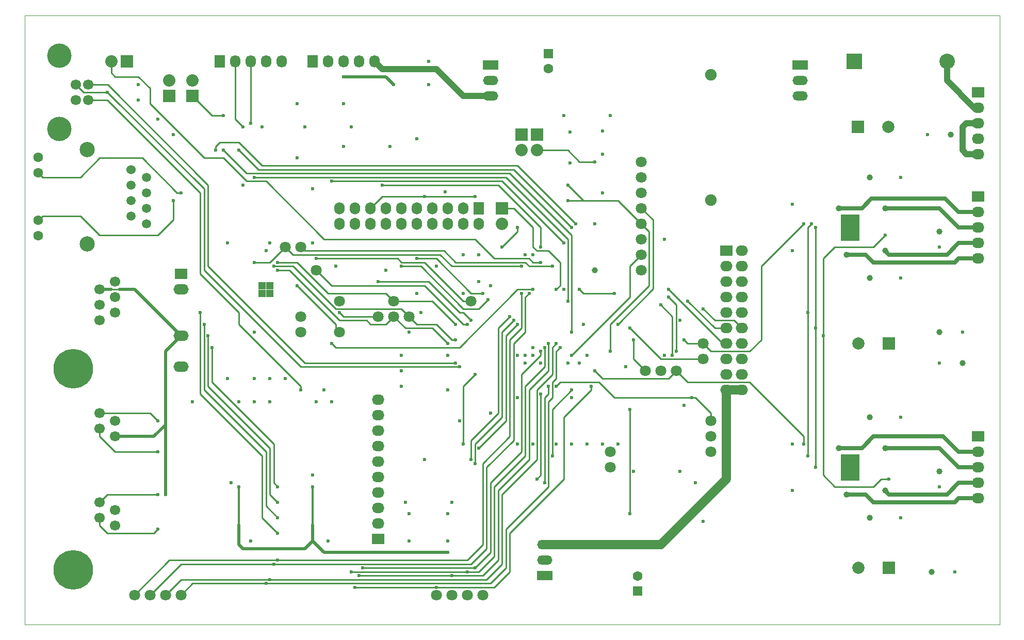
<source format=gbr>
%TF.GenerationSoftware,KiCad,Pcbnew,4.0.3-stable*%
%TF.CreationDate,2016-08-27T14:55:03+02:00*%
%TF.ProjectId,TEST4,54455354342E6B696361645F70636200,rev?*%
%TF.FileFunction,Copper,L4,Bot,Signal*%
%FSLAX46Y46*%
G04 Gerber Fmt 4.6, Leading zero omitted, Abs format (unit mm)*
G04 Created by KiCad (PCBNEW 4.0.3-stable) date 08/27/16 14:55:03*
%MOMM*%
%LPD*%
G01*
G04 APERTURE LIST*
%ADD10C,0.100000*%
%ADD11R,2.500000X1.500000*%
%ADD12O,2.500000X1.500000*%
%ADD13C,1.700000*%
%ADD14R,2.032000X1.727200*%
%ADD15O,2.032000X1.727200*%
%ADD16C,6.500000*%
%ADD17C,1.524000*%
%ADD18C,1.500000*%
%ADD19C,2.500000*%
%ADD20C,1.600000*%
%ADD21C,2.540000*%
%ADD22R,2.540000X2.540000*%
%ADD23R,2.032000X2.032000*%
%ADD24O,2.032000X2.032000*%
%ADD25R,2.000000X2.000000*%
%ADD26C,2.000000*%
%ADD27R,1.600000X1.600000*%
%ADD28R,1.727200X2.000000*%
%ADD29O,1.727200X2.000000*%
%ADD30R,1.727200X2.032000*%
%ADD31O,1.727200X2.032000*%
%ADD32R,2.000000X1.727200*%
%ADD33O,2.000000X1.727200*%
%ADD34C,1.900000*%
%ADD35C,1.800000*%
%ADD36O,2.500000X1.727200*%
%ADD37R,1.500000X1.500000*%
%ADD38C,4.000000*%
%ADD39R,1.300000X1.300000*%
%ADD40C,0.600000*%
%ADD41C,1.000000*%
%ADD42C,0.250000*%
%ADD43C,0.350000*%
%ADD44C,0.500000*%
%ADD45C,1.000000*%
%ADD46C,1.500000*%
%ADD47C,0.700000*%
G04 APERTURE END LIST*
D10*
X0Y-100000000D02*
X0Y0D01*
X160000000Y-100000000D02*
X0Y-100000000D01*
X160000000Y0D02*
X160000000Y-100000000D01*
X0Y0D02*
X160000000Y0D01*
D11*
X76445000Y-8180000D03*
D12*
X76445000Y-10720000D03*
X76445000Y-13260000D03*
D13*
X14850000Y-48820000D03*
X14850000Y-46280000D03*
X12310000Y-45010000D03*
X12310000Y-47550000D03*
X12310000Y-50090000D03*
X14850000Y-43740000D03*
X14850000Y-83745000D03*
X14850000Y-81205000D03*
X12310000Y-79935000D03*
X12310000Y-82475000D03*
X14850000Y-69140000D03*
X14850000Y-66600000D03*
X12310000Y-65330000D03*
X12310000Y-67870000D03*
D14*
X58000000Y-86000000D03*
D15*
X58000000Y-83460000D03*
X58000000Y-80920000D03*
X58000000Y-78380000D03*
X58000000Y-75840000D03*
X58000000Y-73300000D03*
X58000000Y-70760000D03*
X58000000Y-68220000D03*
X58000000Y-65680000D03*
X58000000Y-63140000D03*
D16*
X8000000Y-91000000D03*
X8000000Y-58000000D03*
D17*
X17455000Y-25325000D03*
D18*
X19995000Y-26595000D03*
X17455000Y-27865000D03*
X19995000Y-29135000D03*
X17455000Y-30405000D03*
X19995000Y-31675000D03*
X17455000Y-32945000D03*
D19*
X10295000Y-37520000D03*
X10295000Y-22020000D03*
D20*
X2215000Y-36210000D03*
X2215000Y-25870000D03*
X2215000Y-33670000D03*
X2215000Y-23330000D03*
D18*
X19995000Y-34215000D03*
D11*
X85335000Y-92000000D03*
D12*
X85335000Y-89460000D03*
X85335000Y-86920000D03*
D11*
X127245000Y-8180000D03*
D12*
X127245000Y-10720000D03*
X127245000Y-13260000D03*
D21*
X151376220Y-7542040D03*
D22*
X136136220Y-7542040D03*
D23*
X81525000Y-19610000D03*
D24*
X81525000Y-22150000D03*
D23*
X16755000Y-7545000D03*
D24*
X14215000Y-7545000D03*
D23*
X78350000Y-31675000D03*
D24*
X78350000Y-34215000D03*
D23*
X23740000Y-13260000D03*
D24*
X23740000Y-10720000D03*
D23*
X27550000Y-13260000D03*
D24*
X27550000Y-10720000D03*
D23*
X84065000Y-19610000D03*
D24*
X84065000Y-22150000D03*
D25*
X136770000Y-18340000D03*
D26*
X141770000Y-18340000D03*
D25*
X141850000Y-53900000D03*
D26*
X136850000Y-53900000D03*
D25*
X141850000Y-90730000D03*
D26*
X136850000Y-90730000D03*
D27*
X100575000Y-94540000D03*
D20*
X100575000Y-92040000D03*
D27*
X85970000Y-6275000D03*
D20*
X85970000Y-8775000D03*
D28*
X74540000Y-31675000D03*
D29*
X74540000Y-34215000D03*
X72000000Y-31675000D03*
X72000000Y-34215000D03*
X69460000Y-31675000D03*
X69460000Y-34215000D03*
X66920000Y-31675000D03*
X66920000Y-34215000D03*
X64380000Y-31675000D03*
X64380000Y-34215000D03*
X61840000Y-31675000D03*
X61840000Y-34215000D03*
X59300000Y-31675000D03*
X59300000Y-34215000D03*
X56760000Y-31675000D03*
X56760000Y-34215000D03*
X54220000Y-31675000D03*
X54220000Y-34215000D03*
X51680000Y-31675000D03*
X51680000Y-34215000D03*
D14*
X156455000Y-12625000D03*
D15*
X156455000Y-15165000D03*
X156455000Y-17705000D03*
X156455000Y-20245000D03*
X156455000Y-22785000D03*
D30*
X31995000Y-7545000D03*
D31*
X34535000Y-7545000D03*
X37075000Y-7545000D03*
X39615000Y-7545000D03*
X42155000Y-7545000D03*
D14*
X156455000Y-29770000D03*
D15*
X156455000Y-32310000D03*
X156455000Y-34850000D03*
X156455000Y-37390000D03*
X156455000Y-39930000D03*
D14*
X156455000Y-69140000D03*
D15*
X156455000Y-71680000D03*
X156455000Y-74220000D03*
X156455000Y-76760000D03*
X156455000Y-79300000D03*
D30*
X47235000Y-7545000D03*
D31*
X49775000Y-7545000D03*
X52315000Y-7545000D03*
X54855000Y-7545000D03*
X57395000Y-7545000D03*
D32*
X115180000Y-38660000D03*
D33*
X117720000Y-38660000D03*
X115180000Y-41200000D03*
X117720000Y-41200000D03*
X115180000Y-43740000D03*
X117720000Y-43740000D03*
X115180000Y-46280000D03*
X117720000Y-46280000D03*
X115180000Y-48820000D03*
X117720000Y-48820000D03*
X115180000Y-51360000D03*
X117720000Y-51360000D03*
X115180000Y-53900000D03*
X117720000Y-53900000D03*
X115180000Y-56440000D03*
X117720000Y-56440000D03*
X115180000Y-58980000D03*
X117720000Y-58980000D03*
X115180000Y-61520000D03*
X117720000Y-61520000D03*
D34*
X112640000Y-30300000D03*
X112640000Y-9800000D03*
D35*
X96130000Y-74220000D03*
X101210000Y-29135000D03*
X101210000Y-26595000D03*
X101210000Y-41835000D03*
X58030000Y-49455000D03*
X42790000Y-38025000D03*
X60570000Y-49455000D03*
X47870000Y-41835000D03*
X51680000Y-46915000D03*
X63110000Y-49455000D03*
X73270000Y-46915000D03*
X45330000Y-38025000D03*
X60570000Y-46915000D03*
X51680000Y-51995000D03*
X45330000Y-49455000D03*
X45330000Y-51995000D03*
X111370000Y-53900000D03*
X106925000Y-58345000D03*
X25645000Y-95175000D03*
X20565000Y-95175000D03*
X72635000Y-95175000D03*
X70095000Y-95175000D03*
X67555000Y-95175000D03*
X75175000Y-95175000D03*
X23105000Y-95175000D03*
X18025000Y-95175000D03*
X112640000Y-66600000D03*
X104385000Y-58345000D03*
X101845000Y-58345000D03*
X112640000Y-69140000D03*
X112640000Y-71680000D03*
X96130000Y-71680000D03*
X101210000Y-24055000D03*
X101210000Y-34215000D03*
X101210000Y-39295000D03*
X101210000Y-31675000D03*
X101210000Y-36755000D03*
X111370000Y-56440000D03*
D14*
X25645000Y-42470000D03*
D36*
X25645000Y-45010000D03*
X25645000Y-52630000D03*
X25645000Y-57710000D03*
D37*
X134750000Y-74220000D03*
X136250000Y-74220000D03*
X136250000Y-72820000D03*
X134750000Y-72820000D03*
X134750000Y-75620000D03*
X136250000Y-75620000D03*
X134750000Y-34850000D03*
X136250000Y-34850000D03*
X136250000Y-33450000D03*
X134750000Y-33450000D03*
X134750000Y-36250000D03*
X136250000Y-36250000D03*
D13*
X10416000Y-13875000D03*
X10416000Y-11375000D03*
X8416000Y-11375000D03*
X8416000Y-13875000D03*
D38*
X5706000Y-18645000D03*
X5706000Y-6605000D03*
D39*
X40265000Y-45660000D03*
X40265000Y-44360000D03*
X38965000Y-45660000D03*
X38965000Y-44360000D03*
D40*
X67555000Y-41200000D03*
X93590000Y-34215000D03*
X110100000Y-76760000D03*
X107560000Y-74855000D03*
X63110000Y-51995000D03*
X65015000Y-48820000D03*
X88510000Y-45010000D03*
X108195000Y-64060000D03*
X49140000Y-61520000D03*
X83430000Y-39295000D03*
X80890000Y-55805000D03*
X84700000Y-57075000D03*
X83430000Y-55805000D03*
X82160000Y-57075000D03*
X92320000Y-55805000D03*
X37710000Y-51995000D03*
X61840000Y-58345000D03*
X71365000Y-66600000D03*
X61840000Y-60885000D03*
X76445000Y-65330000D03*
X37710000Y-59615000D03*
X97400000Y-70410000D03*
X107560000Y-50090000D03*
X47235000Y-75490000D03*
X18660000Y-11355000D03*
X50410000Y-63425000D03*
X37710000Y-63425000D03*
X69460000Y-86285000D03*
X63110000Y-86285000D03*
X65650000Y-72950000D03*
X70095000Y-79935000D03*
X62475000Y-79935000D03*
X33900000Y-76760000D03*
X49775000Y-86285000D03*
X37075000Y-86285000D03*
X69000000Y-29000000D03*
X66285000Y-7545000D03*
X59300000Y-41835000D03*
X94860000Y-22785000D03*
X94860000Y-18975000D03*
X96130000Y-16435000D03*
X94860000Y-29135000D03*
X148200000Y-19610000D03*
X153915000Y-51995000D03*
X150105000Y-57075000D03*
X152645000Y-91365000D03*
X89462500Y-19117500D03*
X89462500Y-24197500D03*
X94860000Y-70410000D03*
X74540000Y-39295000D03*
X89780000Y-70410000D03*
X87240000Y-70410000D03*
X83430000Y-70410000D03*
X80890000Y-70410000D03*
X64380000Y-45645000D03*
X61840000Y-55805000D03*
X83430000Y-54535000D03*
X39615000Y-38660000D03*
X40250000Y-37390000D03*
X47235000Y-37390000D03*
X42790000Y-59615000D03*
X40250000Y-59615000D03*
X33265000Y-37390000D03*
X38980000Y-18340000D03*
X21835000Y-17070000D03*
X143755000Y-26595000D03*
X125975000Y-70410000D03*
X125975000Y-31040000D03*
X143755000Y-82475000D03*
X143755000Y-43105000D03*
X143755000Y-65965000D03*
X150105000Y-77395000D03*
X150105000Y-38025000D03*
X105020000Y-55805000D03*
X105020000Y-36755000D03*
X99940000Y-74855000D03*
X64380000Y-20245000D03*
X33265000Y-59615000D03*
X69460000Y-61520000D03*
X24375000Y-19610000D03*
X111370000Y-83110000D03*
X35170000Y-77395000D03*
X47235000Y-77395000D03*
X69460000Y-81840000D03*
X59935000Y-21515000D03*
X52315000Y-21515000D03*
X53585000Y-18340000D03*
X45965000Y-18340000D03*
X98670000Y-57710000D03*
X47235000Y-28500000D03*
X35805000Y-27865000D03*
X72000000Y-39295000D03*
X51045000Y-41200000D03*
X72000000Y-45645000D03*
X44695000Y-23420000D03*
X69460000Y-88190000D03*
X88510000Y-16435000D03*
X92320000Y-70410000D03*
X82160000Y-39295000D03*
X47235000Y-83745000D03*
X35170000Y-83745000D03*
X89780000Y-62790000D03*
X80890000Y-62790000D03*
X69460000Y-55805000D03*
X125975000Y-78030000D03*
X125975000Y-38660000D03*
X76445000Y-44375000D03*
X74540000Y-43740000D03*
D41*
X93590000Y-41835000D03*
D40*
X82160000Y-55805000D03*
X89145000Y-57075000D03*
X91685000Y-50725000D03*
X91050000Y-57075000D03*
D41*
X152010000Y-19610000D03*
X150105000Y-51995000D03*
X153915000Y-57075000D03*
X148835000Y-91365000D03*
X150105000Y-35485000D03*
X138675000Y-82475000D03*
X138675000Y-65965000D03*
X138675000Y-26595000D03*
X138675000Y-43105000D03*
X150105000Y-74855000D03*
D40*
X93590000Y-58345000D03*
X127880000Y-70410000D03*
X128515000Y-48820000D03*
X129150000Y-34215000D03*
X128515000Y-72315000D03*
X129785000Y-51360000D03*
X111370000Y-48185000D03*
X129785000Y-34850000D03*
X129785000Y-74220000D03*
X127880000Y-34215000D03*
X108195000Y-53265000D03*
X18660000Y-13895000D03*
X63110000Y-81840000D03*
X44695000Y-14530000D03*
X66285000Y-11355000D03*
X52315000Y-14530000D03*
X70730000Y-57075000D03*
X13580000Y-12625000D03*
X71365000Y-57710000D03*
X89780000Y-55805000D03*
X93590000Y-24055000D03*
X89145000Y-30405000D03*
X89145000Y-27865000D03*
X96130000Y-55170000D03*
X97400000Y-50725000D03*
X109465000Y-62790000D03*
X87240000Y-60885000D03*
X99940000Y-53265000D03*
X106290000Y-55805000D03*
X104385000Y-47550000D03*
X106925000Y-55170000D03*
X105655000Y-46280000D03*
X88510000Y-37390000D03*
X50410000Y-27230000D03*
X58665000Y-27865000D03*
X84700000Y-38025000D03*
X32630000Y-16435000D03*
X89780000Y-51995000D03*
X32630000Y-22150000D03*
X89145000Y-46915000D03*
X37710000Y-26595000D03*
X90415000Y-34215000D03*
X31360000Y-22150000D03*
X35170000Y-22150000D03*
X89780000Y-34850000D03*
X73905000Y-29770000D03*
X65650000Y-29770000D03*
X81525000Y-41200000D03*
X37710000Y-40565000D03*
X25645000Y-29135000D03*
X24375000Y-30405000D03*
X86605000Y-41200000D03*
X75175000Y-45645000D03*
X64380000Y-39930000D03*
X61840000Y-41200000D03*
X76064000Y-46661000D03*
X47870000Y-39930000D03*
X51680000Y-48820000D03*
X58030000Y-43740000D03*
X73270000Y-50090000D03*
X72635000Y-50725000D03*
X70730000Y-50725000D03*
X41520000Y-40565000D03*
X70730000Y-53265000D03*
X40885000Y-41200000D03*
X41520000Y-41835000D03*
X69460000Y-53900000D03*
X84700000Y-62155000D03*
X84065000Y-76125000D03*
X85335000Y-76760000D03*
X85970000Y-60885000D03*
X89780000Y-61520000D03*
X86605000Y-72315000D03*
X74540000Y-71045000D03*
X80890000Y-50725000D03*
X73905000Y-73585000D03*
X80255000Y-50090000D03*
X73270000Y-72950000D03*
X79620000Y-49455000D03*
X41520000Y-89460000D03*
X81525000Y-45645000D03*
X82795000Y-45645000D03*
X40885000Y-90095000D03*
X40250000Y-92635000D03*
X87240000Y-53900000D03*
X87875000Y-54535000D03*
X39615000Y-93270000D03*
X92955000Y-60885000D03*
X67555000Y-93905000D03*
X54220000Y-93905000D03*
X73905000Y-90730000D03*
X84700000Y-55170000D03*
X55490000Y-90730000D03*
X72635000Y-91365000D03*
X53585000Y-91365000D03*
X85335000Y-54535000D03*
X85970000Y-53900000D03*
X70095000Y-92000000D03*
X54855000Y-92000000D03*
X35805000Y-18340000D03*
X37075000Y-17705000D03*
X141850000Y-76125000D03*
X105655000Y-45010000D03*
X131055000Y-52630000D03*
X141215000Y-36120000D03*
X21835000Y-66600000D03*
X21835000Y-71680000D03*
X21835000Y-78665000D03*
X21835000Y-84380000D03*
X41520000Y-82475000D03*
X29455000Y-50725000D03*
X30725000Y-54535000D03*
X41520000Y-77395000D03*
X28820000Y-48820000D03*
X41520000Y-85015000D03*
X41520000Y-79935000D03*
X30090000Y-52630000D03*
X40250000Y-63425000D03*
X35170000Y-63425000D03*
X27550000Y-63425000D03*
X47870000Y-63425000D03*
X23105000Y-66600000D03*
X23105000Y-78665000D03*
D41*
X133595000Y-71045000D03*
X141215000Y-71045000D03*
X141215000Y-78030000D03*
X134865000Y-78665000D03*
X133595000Y-31675000D03*
X141215000Y-31675000D03*
X141215000Y-38660000D03*
X134865000Y-39295000D03*
D40*
X91050000Y-45010000D03*
X96765000Y-45645000D03*
X108830000Y-46915000D03*
X44695000Y-44375000D03*
X52315000Y-10085000D03*
X60570000Y-11355000D03*
X72000000Y-70410000D03*
X73905000Y-58980000D03*
X99305000Y-51360000D03*
X99305000Y-81840000D03*
X99305000Y-64695000D03*
X87240000Y-45010000D03*
X84700000Y-40565000D03*
X50410000Y-53900000D03*
X83430000Y-45010000D03*
X45330000Y-61520000D03*
X78350000Y-38025000D03*
X80890000Y-34850000D03*
D42*
X136250000Y-36320000D02*
X134750000Y-36320000D01*
X136250000Y-34920000D02*
X136250000Y-36320000D01*
X134750000Y-33520000D02*
X136250000Y-33520000D01*
X134750000Y-34920000D02*
X134750000Y-36320000D01*
X136250000Y-33520000D02*
X136250000Y-34920000D01*
X134750000Y-33520000D02*
X134750000Y-34920000D01*
D43*
X47235000Y-83745000D02*
X47235000Y-77395000D01*
X35170000Y-83745000D02*
X35170000Y-77395000D01*
D44*
X47235000Y-86285000D02*
X47235000Y-83745000D01*
X49140000Y-88190000D02*
X47235000Y-86285000D01*
X49140000Y-88190000D02*
X69460000Y-88190000D01*
D42*
X35170000Y-83745000D02*
X35170000Y-83745000D01*
D44*
X35805000Y-87555000D02*
X35170000Y-86920000D01*
X45965000Y-87555000D02*
X47235000Y-86285000D01*
X35805000Y-87555000D02*
X45965000Y-87555000D01*
X35170000Y-86920000D02*
X35170000Y-83745000D01*
D42*
X118990000Y-60250000D02*
X127880000Y-69140000D01*
X108830000Y-60250000D02*
X118990000Y-60250000D01*
X106925000Y-58345000D02*
X108830000Y-60250000D01*
X127880000Y-69140000D02*
X127880000Y-70410000D01*
X106925000Y-58345000D02*
X105655000Y-59615000D01*
X105655000Y-59615000D02*
X94860000Y-59615000D01*
X94860000Y-59615000D02*
X93590000Y-58345000D01*
X128515000Y-72315000D02*
X128515000Y-48820000D01*
X128515000Y-48820000D02*
X128515000Y-36120000D01*
X128515000Y-36120000D02*
X128515000Y-35485000D01*
X128515000Y-35485000D02*
X128515000Y-34850000D01*
X128515000Y-34850000D02*
X129150000Y-34215000D01*
X116450000Y-50090000D02*
X117720000Y-51360000D01*
X113275000Y-50090000D02*
X116450000Y-50090000D01*
X111370000Y-48185000D02*
X113275000Y-50090000D01*
X129785000Y-34850000D02*
X129785000Y-51360000D01*
X129785000Y-51360000D02*
X129785000Y-55805000D01*
X129785000Y-55805000D02*
X129785000Y-74220000D01*
X120895000Y-53265000D02*
X118990000Y-55170000D01*
X127880000Y-34215000D02*
X120895000Y-41200000D01*
X120895000Y-41200000D02*
X120895000Y-53265000D01*
X112640000Y-55170000D02*
X111370000Y-53900000D01*
X118990000Y-55170000D02*
X112640000Y-55170000D01*
X108830000Y-53900000D02*
X111370000Y-53900000D01*
X108195000Y-53265000D02*
X108830000Y-53900000D01*
D45*
X57395000Y-7545000D02*
X58665000Y-8815000D01*
X72000000Y-13260000D02*
X76445000Y-13260000D01*
X67555000Y-8815000D02*
X72000000Y-13260000D01*
X58665000Y-8815000D02*
X67555000Y-8815000D01*
D46*
X115180000Y-61520000D02*
X117720000Y-61520000D01*
X85335000Y-86920000D02*
X104385000Y-86920000D01*
X115180000Y-76125000D02*
X115180000Y-61520000D01*
X104385000Y-86920000D02*
X115180000Y-76125000D01*
D42*
X30090000Y-27865000D02*
X13600000Y-11375000D01*
X70730000Y-57075000D02*
X45965000Y-57075000D01*
X45965000Y-57075000D02*
X44695000Y-55805000D01*
X44695000Y-55805000D02*
X30090000Y-41200000D01*
X70730000Y-57075000D02*
X70730000Y-57075000D01*
X30090000Y-27865000D02*
X30090000Y-41200000D01*
X13600000Y-11375000D02*
X10416000Y-11375000D01*
X9770000Y-12625000D02*
X9666000Y-12625000D01*
X9666000Y-12625000D02*
X8416000Y-11375000D01*
X13580000Y-12625000D02*
X9770000Y-12625000D01*
X29455000Y-28500000D02*
X13580000Y-12625000D01*
X71365000Y-57710000D02*
X45330000Y-57710000D01*
X71365000Y-57710000D02*
X71365000Y-57710000D01*
X45330000Y-57710000D02*
X44060000Y-56440000D01*
X44060000Y-56440000D02*
X29455000Y-41835000D01*
X29455000Y-41835000D02*
X29455000Y-28500000D01*
D45*
X156455000Y-15165000D02*
X155820000Y-15165000D01*
X155820000Y-15165000D02*
X151376220Y-10721220D01*
X151376220Y-10721220D02*
X151376220Y-7542040D01*
D42*
X101210000Y-39295000D02*
X99305000Y-41200000D01*
X99305000Y-46280000D02*
X99305000Y-41200000D01*
X90415000Y-55170000D02*
X99305000Y-46280000D01*
X89780000Y-55805000D02*
X90415000Y-55170000D01*
X91685000Y-24055000D02*
X91050000Y-24055000D01*
X91685000Y-24055000D02*
X93590000Y-24055000D01*
X89145000Y-22150000D02*
X84065000Y-22150000D01*
X91050000Y-24055000D02*
X89145000Y-22150000D01*
X101210000Y-34215000D02*
X97400000Y-30405000D01*
X97400000Y-30405000D02*
X91685000Y-30405000D01*
X101210000Y-34215000D02*
X102480000Y-35485000D01*
X102480000Y-44375000D02*
X98035000Y-48820000D01*
X102480000Y-44375000D02*
X102480000Y-35485000D01*
X91685000Y-30405000D02*
X89145000Y-30405000D01*
X91685000Y-30405000D02*
X89145000Y-27865000D01*
X98035000Y-48820000D02*
X98035000Y-48820000D01*
X96130000Y-50725000D02*
X98035000Y-48820000D01*
X96130000Y-55170000D02*
X96130000Y-50725000D01*
X103115000Y-44927500D02*
X103115000Y-33580000D01*
X103115000Y-33580000D02*
X101210000Y-31675000D01*
X97400000Y-50725000D02*
X103115000Y-44927500D01*
X109465000Y-62790000D02*
X110100000Y-62790000D01*
X112640000Y-65330000D02*
X112640000Y-66600000D01*
X110100000Y-62790000D02*
X112640000Y-65330000D01*
X96765000Y-62790000D02*
X109465000Y-62790000D01*
X94225000Y-60250000D02*
X96765000Y-62790000D01*
X87875000Y-60250000D02*
X94225000Y-60250000D01*
X87240000Y-60885000D02*
X87875000Y-60250000D01*
X101845000Y-58345000D02*
X99940000Y-56440000D01*
X99940000Y-53265000D02*
X99940000Y-56440000D01*
X106290000Y-49455000D02*
X106290000Y-55805000D01*
X104385000Y-47550000D02*
X106290000Y-49455000D01*
X105655000Y-46280000D02*
X106925000Y-47550000D01*
X106925000Y-47550000D02*
X106925000Y-55170000D01*
X88510000Y-37390000D02*
X88510000Y-37390000D01*
X78350000Y-27230000D02*
X50410000Y-27230000D01*
X88510000Y-37390000D02*
X78350000Y-27230000D01*
X77715000Y-27865000D02*
X58665000Y-27865000D01*
X84700000Y-34850000D02*
X77715000Y-27865000D01*
X84700000Y-38025000D02*
X84700000Y-34850000D01*
X30725000Y-16435000D02*
X27550000Y-13260000D01*
X32630000Y-16435000D02*
X30725000Y-16435000D01*
X89780000Y-36120000D02*
X89780000Y-51995000D01*
X89780000Y-36120000D02*
X89780000Y-36132500D01*
X89780000Y-36132500D02*
X89780000Y-36120000D01*
X89780000Y-36132500D02*
X89780000Y-36120000D01*
X36440000Y-25960000D02*
X33900000Y-23420000D01*
X79620000Y-25960000D02*
X36440000Y-25960000D01*
X89780000Y-36120000D02*
X79620000Y-25960000D01*
X89792500Y-36120000D02*
X89780000Y-36120000D01*
X33900000Y-23420000D02*
X32630000Y-22150000D01*
X89780000Y-36132500D02*
X89780000Y-36132500D01*
X89145000Y-36755000D02*
X89145000Y-36755000D01*
X89145000Y-36755000D02*
X89145000Y-46915000D01*
X78985000Y-26595000D02*
X37710000Y-26595000D01*
X89145000Y-36755000D02*
X78985000Y-26595000D01*
X90415000Y-34215000D02*
X80890000Y-24690000D01*
X38980000Y-24690000D02*
X35170000Y-20880000D01*
X35170000Y-20880000D02*
X31995000Y-20880000D01*
X31995000Y-20880000D02*
X31360000Y-21515000D01*
X31360000Y-21515000D02*
X31360000Y-22150000D01*
X80890000Y-24690000D02*
X38980000Y-24690000D01*
X90415000Y-34215000D02*
X90415000Y-34215000D01*
X90415000Y-34215000D02*
X90415000Y-34215000D01*
X38345000Y-25325000D02*
X80255000Y-25325000D01*
X38345000Y-25325000D02*
X35170000Y-22150000D01*
X80255000Y-25325000D02*
X89780000Y-34850000D01*
X89780000Y-34850000D02*
X89780000Y-34850000D01*
X89780000Y-34850000D02*
X89780000Y-34850000D01*
X73905000Y-29770000D02*
X65650000Y-29770000D01*
X65650000Y-29770000D02*
X58665000Y-29770000D01*
X58665000Y-29770000D02*
X56760000Y-31675000D01*
X44060000Y-39295000D02*
X68190000Y-39295000D01*
X70095000Y-41200000D02*
X68190000Y-39295000D01*
X81525000Y-41200000D02*
X70095000Y-41200000D01*
X44060000Y-39295000D02*
X42790000Y-38025000D01*
X42790000Y-38025000D02*
X40250000Y-40565000D01*
X40250000Y-40565000D02*
X37710000Y-40565000D01*
X2940000Y-26595000D02*
X2215000Y-25870000D01*
X9135000Y-26595000D02*
X2940000Y-26595000D01*
X12310000Y-23420000D02*
X9135000Y-26595000D01*
X19295000Y-23420000D02*
X12310000Y-23420000D01*
X25010000Y-29135000D02*
X19295000Y-23420000D01*
X25645000Y-29135000D02*
X25010000Y-29135000D01*
X2940000Y-32945000D02*
X2215000Y-33670000D01*
X9135000Y-32945000D02*
X2940000Y-32945000D01*
X12310000Y-36120000D02*
X9135000Y-32945000D01*
X21835000Y-36120000D02*
X12310000Y-36120000D01*
X24375000Y-33580000D02*
X21835000Y-36120000D01*
X24375000Y-30405000D02*
X24375000Y-33580000D01*
X82795000Y-41200000D02*
X86605000Y-41200000D01*
X47870000Y-38660000D02*
X45965000Y-38660000D01*
X68825000Y-38660000D02*
X47870000Y-38660000D01*
X70730000Y-40565000D02*
X68825000Y-38660000D01*
X82160000Y-40565000D02*
X70730000Y-40565000D01*
X82160000Y-40565000D02*
X82795000Y-41200000D01*
X45965000Y-38660000D02*
X45330000Y-38025000D01*
X75175000Y-45645000D02*
X73270000Y-45645000D01*
X73270000Y-45645000D02*
X67555000Y-39930000D01*
X75175000Y-45645000D02*
X75102446Y-45620842D01*
X67555000Y-39930000D02*
X64380000Y-39930000D01*
X67555000Y-39930000D02*
X67555000Y-39930000D01*
X72000000Y-48185000D02*
X65015000Y-41200000D01*
X65015000Y-41200000D02*
X61840000Y-41200000D01*
X73905000Y-48185000D02*
X74540000Y-48185000D01*
X76064000Y-46661000D02*
X74540000Y-48185000D01*
X73905000Y-48185000D02*
X72000000Y-48185000D01*
X73270000Y-46915000D02*
X72000000Y-46915000D01*
X61840000Y-40565000D02*
X61205000Y-39930000D01*
X61205000Y-39930000D02*
X47870000Y-39930000D01*
X72000000Y-46915000D02*
X65650000Y-40565000D01*
X65650000Y-40565000D02*
X61840000Y-40565000D01*
X51680000Y-48820000D02*
X52315000Y-49455000D01*
X52315000Y-49455000D02*
X58030000Y-49455000D01*
X72000000Y-48820000D02*
X71365000Y-48820000D01*
X71365000Y-48820000D02*
X66285000Y-43740000D01*
X66285000Y-43740000D02*
X58030000Y-43740000D01*
X73270000Y-50090000D02*
X72000000Y-48820000D01*
X51680000Y-44375000D02*
X50410000Y-44375000D01*
X72635000Y-50725000D02*
X72000000Y-50725000D01*
X72000000Y-50725000D02*
X65650000Y-44375000D01*
X65650000Y-44375000D02*
X56125000Y-44375000D01*
X51680000Y-44375000D02*
X56125000Y-44375000D01*
X50410000Y-44375000D02*
X47870000Y-41835000D01*
X60570000Y-46915000D02*
X66920000Y-46915000D01*
X66920000Y-46915000D02*
X70730000Y-50725000D01*
X60570000Y-46915000D02*
X59300000Y-45645000D01*
X44695000Y-40565000D02*
X41520000Y-40565000D01*
X49775000Y-45645000D02*
X44695000Y-40565000D01*
X59300000Y-45645000D02*
X49775000Y-45645000D01*
X63110000Y-49455000D02*
X64380000Y-50725000D01*
X70095000Y-53265000D02*
X67555000Y-50725000D01*
X70730000Y-53265000D02*
X70095000Y-53265000D01*
X67555000Y-50725000D02*
X64380000Y-50725000D01*
X51045000Y-48185000D02*
X61840000Y-48185000D01*
X44060000Y-41200000D02*
X40885000Y-41200000D01*
X51045000Y-48185000D02*
X44060000Y-41200000D01*
X61840000Y-48185000D02*
X63110000Y-49455000D01*
X59300000Y-50725000D02*
X56760000Y-50725000D01*
X51680000Y-50090000D02*
X43425000Y-41835000D01*
X43425000Y-41835000D02*
X41520000Y-41835000D01*
X59300000Y-50725000D02*
X60570000Y-49455000D01*
X56125000Y-50090000D02*
X51680000Y-50090000D01*
X56760000Y-50725000D02*
X56125000Y-50090000D01*
X66920000Y-51360000D02*
X62475000Y-51360000D01*
X69460000Y-53900000D02*
X66920000Y-51360000D01*
X62475000Y-51360000D02*
X60570000Y-49455000D01*
X69460000Y-53900000D02*
X69460000Y-53900000D01*
X84700000Y-75490000D02*
X84065000Y-76125000D01*
X84700000Y-62155000D02*
X84700000Y-75490000D01*
X85970000Y-62155000D02*
X85970000Y-60885000D01*
X85335000Y-62790000D02*
X85970000Y-62155000D01*
X85335000Y-76760000D02*
X85335000Y-62790000D01*
X86605000Y-64695000D02*
X86605000Y-72315000D01*
X89780000Y-61520000D02*
X86605000Y-64695000D01*
X78985000Y-66600000D02*
X74540000Y-71045000D01*
X74540000Y-71045000D02*
X74540000Y-71045000D01*
X80890000Y-50725000D02*
X78985000Y-52630000D01*
X78985000Y-52630000D02*
X78985000Y-66600000D01*
X73905000Y-70410000D02*
X73905000Y-73585000D01*
X80255000Y-50090000D02*
X78350000Y-51995000D01*
X78350000Y-51995000D02*
X78350000Y-65965000D01*
X78350000Y-65965000D02*
X73905000Y-70410000D01*
X73905000Y-70410000D02*
X73905000Y-70410000D01*
X73270000Y-69775000D02*
X73270000Y-72950000D01*
X73270000Y-69775000D02*
X73270000Y-69775000D01*
X73270000Y-69775000D02*
X77715000Y-65330000D01*
X79620000Y-49455000D02*
X77715000Y-51360000D01*
X77715000Y-51360000D02*
X77715000Y-65330000D01*
X77715000Y-65330000D02*
X77715000Y-65330000D01*
X18025000Y-95175000D02*
X23740000Y-89460000D01*
X23740000Y-89460000D02*
X41520000Y-89460000D01*
X75175000Y-86920000D02*
X72635000Y-89460000D01*
X75175000Y-73585000D02*
X75175000Y-86920000D01*
X79620000Y-69140000D02*
X75175000Y-73585000D01*
X72635000Y-89460000D02*
X41520000Y-89460000D01*
X81525000Y-45645000D02*
X81525000Y-51360000D01*
X79620000Y-53265000D02*
X79620000Y-69140000D01*
X81525000Y-51360000D02*
X79620000Y-53265000D01*
X79620000Y-69140000D02*
X79620000Y-69140000D01*
X82160000Y-51995000D02*
X82160000Y-46280000D01*
X75810000Y-74220000D02*
X75810000Y-87555000D01*
X75810000Y-87555000D02*
X73270000Y-90095000D01*
X40885000Y-90095000D02*
X73270000Y-90095000D01*
X80255000Y-53900000D02*
X80255000Y-69775000D01*
X82160000Y-51995000D02*
X80255000Y-53900000D01*
X80255000Y-69775000D02*
X75810000Y-74220000D01*
X82160000Y-46280000D02*
X82795000Y-45645000D01*
X20565000Y-95175000D02*
X25645000Y-90095000D01*
X25645000Y-90095000D02*
X40885000Y-90095000D01*
X23105000Y-95175000D02*
X25645000Y-92635000D01*
X25645000Y-92635000D02*
X40250000Y-92635000D01*
X84065000Y-72950000D02*
X78350000Y-78665000D01*
X86605000Y-58980000D02*
X84065000Y-61520000D01*
X86605000Y-54535000D02*
X86605000Y-58980000D01*
X87240000Y-53900000D02*
X86605000Y-54535000D01*
X84065000Y-61520000D02*
X84065000Y-72950000D01*
X75810000Y-92635000D02*
X40250000Y-92635000D01*
X78350000Y-90095000D02*
X75810000Y-92635000D01*
X78350000Y-78665000D02*
X78350000Y-90095000D01*
X25645000Y-95175000D02*
X27550000Y-93270000D01*
X27550000Y-93270000D02*
X39615000Y-93270000D01*
X85970000Y-63425000D02*
X85970000Y-77395000D01*
X85970000Y-77395000D02*
X80255000Y-83110000D01*
X80255000Y-83110000D02*
X80255000Y-83110000D01*
X80255000Y-83110000D02*
X78985000Y-84380000D01*
X78985000Y-84380000D02*
X78985000Y-90730000D01*
X78985000Y-90730000D02*
X76445000Y-93270000D01*
X76445000Y-93270000D02*
X39615000Y-93270000D01*
X87240000Y-55170000D02*
X87240000Y-59615000D01*
X87240000Y-59615000D02*
X86605000Y-60250000D01*
X86605000Y-60250000D02*
X86605000Y-62790000D01*
X87875000Y-54535000D02*
X87240000Y-55170000D01*
X86605000Y-62790000D02*
X85970000Y-63425000D01*
X88510000Y-65965000D02*
X92955000Y-61520000D01*
X80890000Y-83745000D02*
X88510000Y-76125000D01*
X88510000Y-65965000D02*
X88510000Y-76125000D01*
X92955000Y-61520000D02*
X92955000Y-60885000D01*
X80890000Y-83745000D02*
X80890000Y-83745000D01*
X80890000Y-83745000D02*
X79620000Y-85015000D01*
X79620000Y-85015000D02*
X79620000Y-91365000D01*
X79620000Y-91365000D02*
X77080000Y-93905000D01*
X77080000Y-93905000D02*
X67555000Y-93905000D01*
X67555000Y-93905000D02*
X54220000Y-93905000D01*
X76445000Y-76760000D02*
X76445000Y-88190000D01*
X76445000Y-88190000D02*
X73905000Y-90730000D01*
X73905000Y-90730000D02*
X55490000Y-90730000D01*
X81525000Y-58980000D02*
X81525000Y-71680000D01*
X84700000Y-55805000D02*
X81525000Y-58980000D01*
X84700000Y-55170000D02*
X84700000Y-55805000D01*
X81525000Y-71680000D02*
X76445000Y-76760000D01*
X77080000Y-77395000D02*
X77080000Y-88825000D01*
X77080000Y-88825000D02*
X74540000Y-91365000D01*
X74540000Y-91365000D02*
X72635000Y-91365000D01*
X72635000Y-91365000D02*
X53585000Y-91365000D01*
X77080000Y-77395000D02*
X82160000Y-72315000D01*
X82160000Y-72315000D02*
X82160000Y-72315000D01*
X85335000Y-57710000D02*
X82160000Y-60885000D01*
X85335000Y-54535000D02*
X85335000Y-57710000D01*
X82160000Y-60885000D02*
X82160000Y-72315000D01*
X85970000Y-53900000D02*
X85970000Y-58345000D01*
X82795000Y-61520000D02*
X82795000Y-72950000D01*
X85970000Y-58345000D02*
X82795000Y-61520000D01*
X82795000Y-72950000D02*
X77715000Y-78030000D01*
X77715000Y-78030000D02*
X77715000Y-89460000D01*
X77715000Y-89460000D02*
X75175000Y-92000000D01*
X75175000Y-92000000D02*
X70095000Y-92000000D01*
X70095000Y-92000000D02*
X54855000Y-92000000D01*
X34535000Y-17070000D02*
X34535000Y-7545000D01*
X35805000Y-18340000D02*
X34535000Y-17070000D01*
X37075000Y-17705000D02*
X37075000Y-7545000D01*
X139310000Y-77395000D02*
X132960000Y-77395000D01*
X141850000Y-76125000D02*
X140580000Y-76125000D01*
X140580000Y-76125000D02*
X139310000Y-77395000D01*
X115180000Y-53900000D02*
X114545000Y-53900000D01*
X114545000Y-53900000D02*
X105655000Y-45010000D01*
X131055000Y-75490000D02*
X131055000Y-57075000D01*
X132960000Y-77395000D02*
X131055000Y-75490000D01*
X131055000Y-57075000D02*
X131055000Y-52630000D01*
X132960000Y-38025000D02*
X131055000Y-39930000D01*
X131055000Y-39930000D02*
X131055000Y-52630000D01*
X139310000Y-38025000D02*
X132960000Y-38025000D01*
X139310000Y-38025000D02*
X141215000Y-36120000D01*
X21835000Y-66600000D02*
X20565000Y-65330000D01*
X20565000Y-65330000D02*
X12310000Y-65330000D01*
X21835000Y-71680000D02*
X14850000Y-71680000D01*
X12310000Y-69140000D02*
X12310000Y-67870000D01*
X14850000Y-71680000D02*
X12310000Y-69140000D01*
X13580000Y-78665000D02*
X12310000Y-79935000D01*
X21835000Y-78665000D02*
X13580000Y-78665000D01*
X21200000Y-85015000D02*
X13580000Y-85015000D01*
X13580000Y-85015000D02*
X12310000Y-83745000D01*
X12310000Y-83745000D02*
X12310000Y-82475000D01*
X21835000Y-84380000D02*
X21200000Y-85015000D01*
X39615000Y-80570000D02*
X41520000Y-82475000D01*
X39615000Y-71680000D02*
X39615000Y-80570000D01*
X29455000Y-61520000D02*
X39615000Y-71680000D01*
X29455000Y-50725000D02*
X29455000Y-61520000D01*
X30725000Y-54535000D02*
X30725000Y-60250000D01*
X40885000Y-70410000D02*
X30725000Y-60250000D01*
X40885000Y-76760000D02*
X40885000Y-70410000D01*
X40885000Y-76760000D02*
X41520000Y-77395000D01*
X28820000Y-48820000D02*
X28820000Y-62155000D01*
X28820000Y-62155000D02*
X28820000Y-62155000D01*
X28820000Y-62155000D02*
X38980000Y-72315000D01*
X38980000Y-72315000D02*
X38980000Y-82475000D01*
X38980000Y-82475000D02*
X41520000Y-85015000D01*
X40250000Y-78665000D02*
X41520000Y-79935000D01*
X40250000Y-71045000D02*
X40250000Y-78030000D01*
X40250000Y-78030000D02*
X40250000Y-78665000D01*
X30090000Y-60885000D02*
X40250000Y-71045000D01*
X30090000Y-52630000D02*
X30090000Y-60885000D01*
X14215000Y-45010000D02*
X15485000Y-45010000D01*
D44*
X25645000Y-52630000D02*
X18025000Y-45010000D01*
X15485000Y-45010000D02*
X18025000Y-45010000D01*
X14215000Y-45010000D02*
X12310000Y-45010000D01*
X23105000Y-66600000D02*
X23105000Y-55170000D01*
X23105000Y-55170000D02*
X25645000Y-52630000D01*
X23105000Y-66600000D02*
X23105000Y-67235000D01*
X23105000Y-66600000D02*
X23105000Y-78665000D01*
X21200000Y-69140000D02*
X14850000Y-69140000D01*
X23105000Y-67235000D02*
X21200000Y-69140000D01*
D47*
X137405000Y-71045000D02*
X139310000Y-69140000D01*
X134865000Y-71045000D02*
X137405000Y-71045000D01*
X133595000Y-71045000D02*
X134865000Y-71045000D01*
X139310000Y-69140000D02*
X150740000Y-69140000D01*
X150740000Y-69140000D02*
X153280000Y-71680000D01*
X153280000Y-71680000D02*
X156455000Y-71680000D01*
D42*
X141215000Y-71045000D02*
X141215000Y-71045000D01*
D47*
X150105000Y-71045000D02*
X153280000Y-74220000D01*
X153280000Y-74220000D02*
X156455000Y-74220000D01*
X141215000Y-71045000D02*
X150105000Y-71045000D01*
X141215000Y-78030000D02*
X141850000Y-78665000D01*
X141850000Y-78665000D02*
X150105000Y-78665000D01*
X153280000Y-76760000D02*
X156455000Y-76760000D01*
X151375000Y-78665000D02*
X153280000Y-76760000D01*
X150105000Y-78665000D02*
X151375000Y-78665000D01*
X134865000Y-78665000D02*
X138040000Y-78665000D01*
X138040000Y-78665000D02*
X139310000Y-79935000D01*
X139310000Y-79935000D02*
X152645000Y-79935000D01*
X152645000Y-79935000D02*
X153280000Y-79300000D01*
X153280000Y-79300000D02*
X156455000Y-79300000D01*
X138951458Y-30061381D02*
X151050226Y-30092988D01*
X151050226Y-30092988D02*
X153280000Y-32310000D01*
X153280000Y-32310000D02*
X156455000Y-32310000D01*
X137405000Y-31675000D02*
X138951458Y-30061381D01*
X133595000Y-31675000D02*
X137405000Y-31675000D01*
D42*
X141215000Y-31675000D02*
X141215000Y-31675000D01*
D47*
X150105000Y-31675000D02*
X153280000Y-34850000D01*
X153280000Y-34850000D02*
X156455000Y-34850000D01*
X141215000Y-31675000D02*
X150105000Y-31675000D01*
D42*
X141215000Y-38660000D02*
X141215000Y-38660000D01*
D47*
X141215000Y-38660000D02*
X141850000Y-39295000D01*
X151375000Y-39295000D02*
X153280000Y-37390000D01*
X153280000Y-37390000D02*
X156455000Y-37390000D01*
X141850000Y-39295000D02*
X151375000Y-39295000D01*
X134865000Y-39295000D02*
X138040000Y-39295000D01*
X152645000Y-40565000D02*
X153280000Y-39930000D01*
X156455000Y-39930000D02*
X153280000Y-39930000D01*
X152645000Y-40565000D02*
X139310000Y-40565000D01*
X138040000Y-39295000D02*
X139310000Y-40565000D01*
D45*
X156455000Y-22785000D02*
X154550000Y-22785000D01*
X154550000Y-17705000D02*
X156455000Y-17705000D01*
X153915000Y-18340000D02*
X154550000Y-17705000D01*
X153915000Y-22150000D02*
X153915000Y-18340000D01*
X154550000Y-22785000D02*
X153915000Y-22150000D01*
D42*
X91050000Y-45010000D02*
X91685000Y-45645000D01*
X91685000Y-45645000D02*
X96765000Y-45645000D01*
X108830000Y-46915000D02*
X113275000Y-51360000D01*
X113275000Y-51360000D02*
X115180000Y-51360000D01*
X51045000Y-51360000D02*
X51045000Y-50725000D01*
X44695000Y-44375000D02*
X51045000Y-50725000D01*
X51045000Y-51360000D02*
X51680000Y-51995000D01*
D44*
X52315000Y-10085000D02*
X59300000Y-10085000D01*
X59300000Y-10085000D02*
X60570000Y-11355000D01*
D42*
X72000000Y-60885000D02*
X73905000Y-58980000D01*
X72000000Y-70410000D02*
X72000000Y-60885000D01*
X111370000Y-56440000D02*
X104385000Y-56440000D01*
X99305000Y-51360000D02*
X104385000Y-56440000D01*
X99305000Y-81840000D02*
X99305000Y-64695000D01*
X83430000Y-38025000D02*
X83430000Y-34850000D01*
X87875000Y-44375000D02*
X87875000Y-40565000D01*
X87875000Y-40565000D02*
X85970000Y-38660000D01*
X85970000Y-38660000D02*
X84065000Y-38660000D01*
X87240000Y-45010000D02*
X87875000Y-44375000D01*
X83430000Y-38025000D02*
X84065000Y-38660000D01*
X80255000Y-31675000D02*
X78350000Y-31675000D01*
X83430000Y-34850000D02*
X80255000Y-31675000D01*
X36440000Y-27230000D02*
X32630000Y-23420000D01*
X39615000Y-27230000D02*
X36440000Y-27230000D01*
X73905000Y-36755000D02*
X49140000Y-36755000D01*
X77080000Y-39930000D02*
X73905000Y-36755000D01*
X82795000Y-39930000D02*
X77080000Y-39930000D01*
X83430000Y-40565000D02*
X82795000Y-39930000D01*
X84700000Y-40565000D02*
X83430000Y-40565000D01*
X49140000Y-36755000D02*
X39615000Y-27230000D01*
X14215000Y-9450000D02*
X14215000Y-7545000D01*
X14850000Y-10085000D02*
X14215000Y-9450000D01*
X18660000Y-10085000D02*
X14850000Y-10085000D01*
X20565000Y-11990000D02*
X18660000Y-10085000D01*
X20565000Y-14530000D02*
X20565000Y-11990000D01*
X29455000Y-23420000D02*
X20565000Y-14530000D01*
X30090000Y-23420000D02*
X29455000Y-23420000D01*
X32630000Y-23420000D02*
X30090000Y-23420000D01*
X51045000Y-54535000D02*
X71365000Y-54535000D01*
X71365000Y-54535000D02*
X80890000Y-45010000D01*
X51045000Y-54535000D02*
X50410000Y-53900000D01*
X83430000Y-45010000D02*
X80890000Y-45010000D01*
X35170000Y-50725000D02*
X45330000Y-60885000D01*
X35170000Y-50725000D02*
X35170000Y-48820000D01*
X35170000Y-48820000D02*
X28820000Y-42470000D01*
X28820000Y-42470000D02*
X28820000Y-29135000D01*
X28820000Y-29135000D02*
X13580000Y-13895000D01*
X10436000Y-13895000D02*
X13580000Y-13895000D01*
X45330000Y-60885000D02*
X45330000Y-61520000D01*
X10436000Y-13895000D02*
X10416000Y-13875000D01*
X80890000Y-35485000D02*
X78350000Y-38025000D01*
X80890000Y-34850000D02*
X80890000Y-35485000D01*
M02*

</source>
